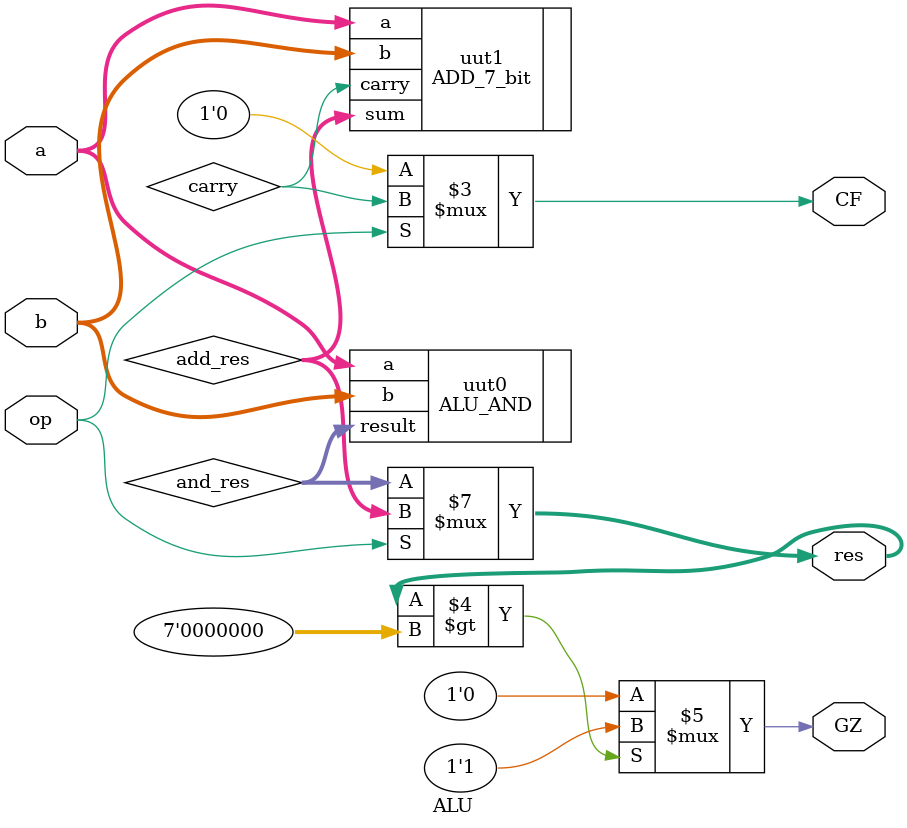
<source format=v>
`include "add_7_bit.v"
`include "alu_and.v"
module ALU (
    input wire [6:0] a,
    input wire [6:0] b,
    input wire op,

    output reg [6:0] res,
    output wire GZ, //grater than zero flag
    output wire CF // Carry flag
);

wire [6:0] and_res,add_res;
wire carry;

ALU_AND uut0(
    .a(a),
    .b(b),
    .result(and_res)
);

ADD_7_bit uut1(
    .a(a),
    .b(b),
    .sum(add_res),
    .carry(carry)
);


always @(*) 
begin
    case (op)
        1'b0:
        //Operation 0 for AND
        begin
            res=and_res;

        end

        default: 
        begin
            res=add_res;

        end
    endcase
end

assign CF =(op==1'b1) ? carry : 1'b0;
assign GZ =(res>7'b0000000) ? 1'b1 :1'b0;


    
endmodule
</source>
